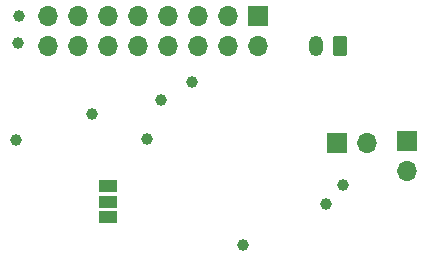
<source format=gbr>
%TF.GenerationSoftware,KiCad,Pcbnew,7.0.9*%
%TF.CreationDate,2024-03-24T18:40:07+02:00*%
%TF.ProjectId,Micromouse Power,4d696372-6f6d-46f7-9573-6520506f7765,v0.0.0*%
%TF.SameCoordinates,Original*%
%TF.FileFunction,Soldermask,Bot*%
%TF.FilePolarity,Negative*%
%FSLAX46Y46*%
G04 Gerber Fmt 4.6, Leading zero omitted, Abs format (unit mm)*
G04 Created by KiCad (PCBNEW 7.0.9) date 2024-03-24 18:40:07*
%MOMM*%
%LPD*%
G01*
G04 APERTURE LIST*
G04 Aperture macros list*
%AMRoundRect*
0 Rectangle with rounded corners*
0 $1 Rounding radius*
0 $2 $3 $4 $5 $6 $7 $8 $9 X,Y pos of 4 corners*
0 Add a 4 corners polygon primitive as box body*
4,1,4,$2,$3,$4,$5,$6,$7,$8,$9,$2,$3,0*
0 Add four circle primitives for the rounded corners*
1,1,$1+$1,$2,$3*
1,1,$1+$1,$4,$5*
1,1,$1+$1,$6,$7*
1,1,$1+$1,$8,$9*
0 Add four rect primitives between the rounded corners*
20,1,$1+$1,$2,$3,$4,$5,0*
20,1,$1+$1,$4,$5,$6,$7,0*
20,1,$1+$1,$6,$7,$8,$9,0*
20,1,$1+$1,$8,$9,$2,$3,0*%
G04 Aperture macros list end*
%ADD10R,1.700000X1.700000*%
%ADD11O,1.700000X1.700000*%
%ADD12RoundRect,0.250000X0.350000X0.625000X-0.350000X0.625000X-0.350000X-0.625000X0.350000X-0.625000X0*%
%ADD13O,1.200000X1.750000*%
%ADD14C,1.000000*%
%ADD15R,1.500000X1.000000*%
G04 APERTURE END LIST*
D10*
%TO.C,JP6*%
X182190000Y-118920000D03*
D11*
X182190000Y-121460000D03*
%TD*%
D12*
%TO.C,J1*%
X176500000Y-110840000D03*
D13*
X174500000Y-110840000D03*
%TD*%
D10*
%TO.C,JP4*%
X176285000Y-119050000D03*
D11*
X178825000Y-119050000D03*
%TD*%
D10*
%TO.C,J2*%
X169600000Y-108350000D03*
D11*
X169600000Y-110890000D03*
X167060000Y-108350000D03*
X167060000Y-110890000D03*
X164520000Y-108350000D03*
X164520000Y-110890000D03*
X161980000Y-108350000D03*
X161980000Y-110890000D03*
X159440000Y-108350000D03*
X159440000Y-110890000D03*
X156900000Y-108350000D03*
X156900000Y-110890000D03*
X154360000Y-108350000D03*
X154360000Y-110890000D03*
X151820000Y-108350000D03*
X151820000Y-110890000D03*
%TD*%
D14*
%TO.C,TP1*%
X176800000Y-122660000D03*
%TD*%
D15*
%TO.C,JP7*%
X156890000Y-122730000D03*
X156890000Y-124030000D03*
X156890000Y-125330000D03*
%TD*%
D14*
%TO.C,TP10*%
X160223200Y-118694200D03*
%TD*%
%TO.C,TP5*%
X163980000Y-113870000D03*
%TD*%
%TO.C,TP4*%
X161400000Y-115400000D03*
%TD*%
%TO.C,TP12*%
X149100000Y-118800000D03*
%TD*%
%TO.C,TP8*%
X155490000Y-116610000D03*
%TD*%
%TO.C,TP6*%
X149290000Y-110610000D03*
%TD*%
%TO.C,TP3*%
X168300000Y-127700000D03*
%TD*%
%TO.C,TP2*%
X175330000Y-124270000D03*
%TD*%
%TO.C,TP7*%
X149310000Y-108305600D03*
%TD*%
M02*

</source>
